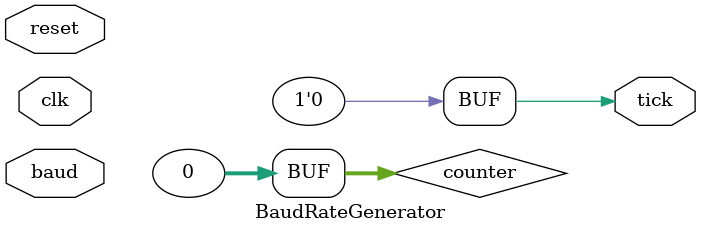
<source format=sv>
module BaudRateGenerator (
  input wire clk,
  input wire reset,
  input wire [1:0] baud,
  output reg tick
);

  reg [31:0] counter;
  reg [31:0] divisor;
  reg [31:0] baudrate;
  
  initial begin
    tick <= 0;
    counter <= 0;
  end

  always @(posedge clk, negedge reset) begin
    if(~reset) begin
      counter <= 0;
      tick <= 0;
    end else begin
      counter <= counter + 1;
      if (counter >= divisor) begin
        counter <= 0;
        tick <= ~tick;
      end
    end
  end
  
  always @(baud) begin
    counter <= 0;
    tick <= 0;
    case(baud)
      2'b00: baudrate <= 4800;
      2'b01: baudrate <= 9600;
      2'b10: baudrate <= 14400;
      2'b11: baudrate <= 19200;
    endcase
  end
  
  assign divisor = 5000000 / (2 * baudrate);

endmodule

</source>
